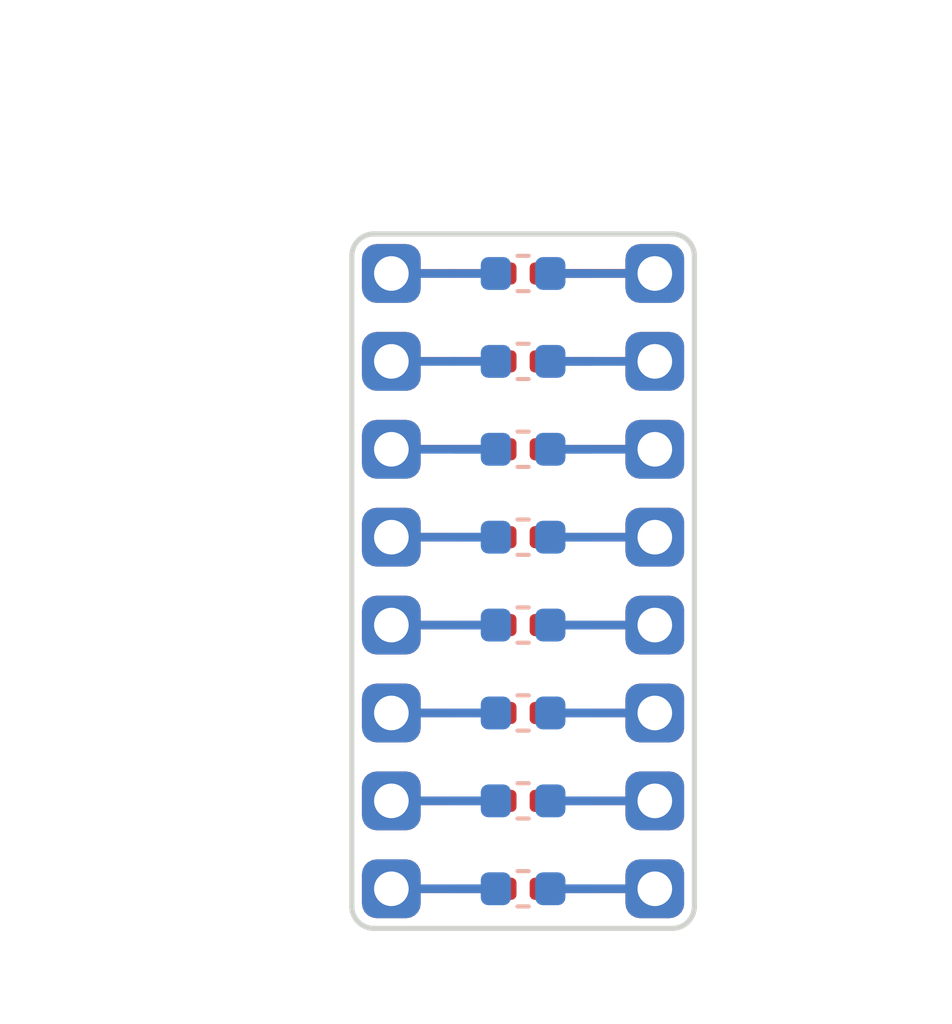
<source format=kicad_pcb>
(kicad_pcb (version 20171130) (host pcbnew "(5.0.2)-1")

  (general
    (thickness 1.6)
    (drawings 12)
    (tracks 65)
    (zones 0)
    (modules 18)
    (nets 17)
  )

  (page A4)
  (layers
    (0 F.Cu signal)
    (31 B.Cu signal)
    (32 B.Adhes user)
    (33 F.Adhes user)
    (34 B.Paste user)
    (35 F.Paste user)
    (36 B.SilkS user)
    (37 F.SilkS user)
    (38 B.Mask user)
    (39 F.Mask user)
    (40 Dwgs.User user)
    (41 Cmts.User user)
    (42 Eco1.User user)
    (43 Eco2.User user)
    (44 Edge.Cuts user)
    (45 Margin user)
    (46 B.CrtYd user)
    (47 F.CrtYd user)
    (48 B.Fab user)
    (49 F.Fab user)
  )

  (setup
    (last_trace_width 0.254)
    (trace_clearance 0.1524)
    (zone_clearance 0.508)
    (zone_45_only no)
    (trace_min 0.254)
    (segment_width 0.2)
    (edge_width 0.15)
    (via_size 0.8)
    (via_drill 0.4)
    (via_min_size 0.4)
    (via_min_drill 0.3)
    (uvia_size 0.3)
    (uvia_drill 0.1)
    (uvias_allowed no)
    (uvia_min_size 0.2)
    (uvia_min_drill 0.1)
    (pcb_text_width 0.3)
    (pcb_text_size 1.5 1.5)
    (mod_edge_width 0.15)
    (mod_text_size 1 1)
    (mod_text_width 0.15)
    (pad_size 2 2)
    (pad_drill 0)
    (pad_to_mask_clearance 0.0508)
    (aux_axis_origin 0 0)
    (visible_elements 7FFFFFFF)
    (pcbplotparams
      (layerselection 0x010ec_ffffffff)
      (usegerberextensions false)
      (usegerberattributes true)
      (usegerberadvancedattributes false)
      (creategerberjobfile false)
      (excludeedgelayer false)
      (linewidth 0.050000)
      (plotframeref false)
      (viasonmask false)
      (mode 1)
      (useauxorigin false)
      (hpglpennumber 1)
      (hpglpenspeed 20)
      (hpglpendiameter 15.000000)
      (psnegative false)
      (psa4output false)
      (plotreference false)
      (plotvalue false)
      (plotinvisibletext false)
      (padsonsilk true)
      (subtractmaskfromsilk false)
      (outputformat 1)
      (mirror false)
      (drillshape 0)
      (scaleselection 1)
      (outputdirectory "fab-files/"))
  )

  (net 0 "")
  (net 1 /14)
  (net 2 /3)
  (net 3 /4)
  (net 4 /13)
  (net 5 /16)
  (net 6 /1)
  (net 7 /2)
  (net 8 /15)
  (net 9 /5)
  (net 10 /6)
  (net 11 /7)
  (net 12 /8)
  (net 13 /9)
  (net 14 /10)
  (net 15 /11)
  (net 16 /12)

  (net_class Default "This is the default net class."
    (clearance 0.1524)
    (trace_width 0.254)
    (via_dia 0.8)
    (via_drill 0.4)
    (uvia_dia 0.3)
    (uvia_drill 0.1)
    (diff_pair_gap 0.3048)
    (diff_pair_width 0.254)
    (add_net /1)
    (add_net /10)
    (add_net /11)
    (add_net /12)
    (add_net /13)
    (add_net /14)
    (add_net /15)
    (add_net /16)
    (add_net /2)
    (add_net /3)
    (add_net /4)
    (add_net /5)
    (add_net /6)
    (add_net /7)
    (add_net /8)
    (add_net /9)
  )

  (module SA_Resistors_SMD:R_0603_1608M (layer B.Cu) (tedit 5C59B734) (tstamp 5C5D99F4)
    (at 125.73 78.74)
    (path /5C59F8FF)
    (attr smd)
    (fp_text reference R15 (at 0 1.1) (layer B.SilkS) hide
      (effects (font (size 0.6 0.6) (thickness 0.127)) (justify mirror))
    )
    (fp_text value R (at 0 -0.95) (layer B.Fab)
      (effects (font (size 0.3 0.3) (thickness 0.03)) (justify mirror))
    )
    (fp_text user %R (at 0 0) (layer B.Fab)
      (effects (font (size 0.4 0.4) (thickness 0.05)) (justify mirror))
    )
    (fp_line (start 1.48 -0.73) (end -1.48 -0.73) (layer B.CrtYd) (width 0.05))
    (fp_line (start 1.48 0.73) (end 1.48 -0.73) (layer B.CrtYd) (width 0.05))
    (fp_line (start -1.48 0.73) (end 1.48 0.73) (layer B.CrtYd) (width 0.05))
    (fp_line (start -1.48 -0.73) (end -1.48 0.73) (layer B.CrtYd) (width 0.05))
    (fp_line (start -0.162779 -0.51) (end 0.162779 -0.51) (layer B.SilkS) (width 0.12))
    (fp_line (start -0.162779 0.51) (end 0.162779 0.51) (layer B.SilkS) (width 0.12))
    (fp_line (start 0.8 -0.4) (end -0.8 -0.4) (layer B.Fab) (width 0.1))
    (fp_line (start 0.8 0.4) (end 0.8 -0.4) (layer B.Fab) (width 0.1))
    (fp_line (start -0.8 0.4) (end 0.8 0.4) (layer B.Fab) (width 0.1))
    (fp_line (start -0.8 -0.4) (end -0.8 0.4) (layer B.Fab) (width 0.1))
    (pad 2 smd roundrect (at 0.7875 0) (size 0.875 0.95) (layers B.Cu B.Paste B.Mask) (roundrect_rratio 0.25)
      (net 11 /7))
    (pad 1 smd roundrect (at -0.7875 0) (size 0.875 0.95) (layers B.Cu B.Paste B.Mask) (roundrect_rratio 0.25)
      (net 14 /10))
    (model ${SA_LIB_3DSHAPES}/Packages/R_0603_1608Metric.step
      (at (xyz 0 0 0))
      (scale (xyz 1 1 1))
      (rotate (xyz 0 0 0))
    )
  )

  (module SA_Resistors_SMD:R_0603_1608M (layer B.Cu) (tedit 5C59B72D) (tstamp 5C5D99E3)
    (at 125.73 81.28)
    (path /5C59F905)
    (attr smd)
    (fp_text reference R16 (at 0 1.1) (layer B.SilkS) hide
      (effects (font (size 0.6 0.6) (thickness 0.127)) (justify mirror))
    )
    (fp_text value R (at 0 -0.95) (layer B.Fab)
      (effects (font (size 0.3 0.3) (thickness 0.03)) (justify mirror))
    )
    (fp_line (start -0.8 -0.4) (end -0.8 0.4) (layer B.Fab) (width 0.1))
    (fp_line (start -0.8 0.4) (end 0.8 0.4) (layer B.Fab) (width 0.1))
    (fp_line (start 0.8 0.4) (end 0.8 -0.4) (layer B.Fab) (width 0.1))
    (fp_line (start 0.8 -0.4) (end -0.8 -0.4) (layer B.Fab) (width 0.1))
    (fp_line (start -0.162779 0.51) (end 0.162779 0.51) (layer B.SilkS) (width 0.12))
    (fp_line (start -0.162779 -0.51) (end 0.162779 -0.51) (layer B.SilkS) (width 0.12))
    (fp_line (start -1.48 -0.73) (end -1.48 0.73) (layer B.CrtYd) (width 0.05))
    (fp_line (start -1.48 0.73) (end 1.48 0.73) (layer B.CrtYd) (width 0.05))
    (fp_line (start 1.48 0.73) (end 1.48 -0.73) (layer B.CrtYd) (width 0.05))
    (fp_line (start 1.48 -0.73) (end -1.48 -0.73) (layer B.CrtYd) (width 0.05))
    (fp_text user %R (at 0 0) (layer B.Fab)
      (effects (font (size 0.4 0.4) (thickness 0.05)) (justify mirror))
    )
    (pad 1 smd roundrect (at -0.7875 0) (size 0.875 0.95) (layers B.Cu B.Paste B.Mask) (roundrect_rratio 0.25)
      (net 13 /9))
    (pad 2 smd roundrect (at 0.7875 0) (size 0.875 0.95) (layers B.Cu B.Paste B.Mask) (roundrect_rratio 0.25)
      (net 12 /8))
    (model ${SA_LIB_3DSHAPES}/Packages/R_0603_1608Metric.step
      (at (xyz 0 0 0))
      (scale (xyz 1 1 1))
      (rotate (xyz 0 0 0))
    )
  )

  (module SA_Resistors_SMD:R_0603_1608M (layer B.Cu) (tedit 5C59B75B) (tstamp 5C5D99D2)
    (at 125.73 63.5)
    (path /5C59F8DB)
    (attr smd)
    (fp_text reference R9 (at 0 1.1) (layer B.SilkS) hide
      (effects (font (size 0.6 0.6) (thickness 0.127)) (justify mirror))
    )
    (fp_text value R (at 0 -0.95) (layer B.Fab)
      (effects (font (size 0.3 0.3) (thickness 0.03)) (justify mirror))
    )
    (fp_text user %R (at 0 0) (layer B.Fab)
      (effects (font (size 0.4 0.4) (thickness 0.05)) (justify mirror))
    )
    (fp_line (start 1.48 -0.73) (end -1.48 -0.73) (layer B.CrtYd) (width 0.05))
    (fp_line (start 1.48 0.73) (end 1.48 -0.73) (layer B.CrtYd) (width 0.05))
    (fp_line (start -1.48 0.73) (end 1.48 0.73) (layer B.CrtYd) (width 0.05))
    (fp_line (start -1.48 -0.73) (end -1.48 0.73) (layer B.CrtYd) (width 0.05))
    (fp_line (start -0.162779 -0.51) (end 0.162779 -0.51) (layer B.SilkS) (width 0.12))
    (fp_line (start -0.162779 0.51) (end 0.162779 0.51) (layer B.SilkS) (width 0.12))
    (fp_line (start 0.8 -0.4) (end -0.8 -0.4) (layer B.Fab) (width 0.1))
    (fp_line (start 0.8 0.4) (end 0.8 -0.4) (layer B.Fab) (width 0.1))
    (fp_line (start -0.8 0.4) (end 0.8 0.4) (layer B.Fab) (width 0.1))
    (fp_line (start -0.8 -0.4) (end -0.8 0.4) (layer B.Fab) (width 0.1))
    (pad 2 smd roundrect (at 0.7875 0) (size 0.875 0.95) (layers B.Cu B.Paste B.Mask) (roundrect_rratio 0.25)
      (net 6 /1))
    (pad 1 smd roundrect (at -0.7875 0) (size 0.875 0.95) (layers B.Cu B.Paste B.Mask) (roundrect_rratio 0.25)
      (net 5 /16))
    (model ${SA_LIB_3DSHAPES}/Packages/R_0603_1608Metric.step
      (at (xyz 0 0 0))
      (scale (xyz 1 1 1))
      (rotate (xyz 0 0 0))
    )
  )

  (module SA_Resistors_SMD:R_0603_1608M (layer B.Cu) (tedit 5C59B754) (tstamp 5C5D99C1)
    (at 125.73 66.04)
    (path /5C59F8E1)
    (attr smd)
    (fp_text reference R10 (at 0 1.1) (layer B.SilkS) hide
      (effects (font (size 0.6 0.6) (thickness 0.127)) (justify mirror))
    )
    (fp_text value R (at 0 -0.95) (layer B.Fab)
      (effects (font (size 0.3 0.3) (thickness 0.03)) (justify mirror))
    )
    (fp_line (start -0.8 -0.4) (end -0.8 0.4) (layer B.Fab) (width 0.1))
    (fp_line (start -0.8 0.4) (end 0.8 0.4) (layer B.Fab) (width 0.1))
    (fp_line (start 0.8 0.4) (end 0.8 -0.4) (layer B.Fab) (width 0.1))
    (fp_line (start 0.8 -0.4) (end -0.8 -0.4) (layer B.Fab) (width 0.1))
    (fp_line (start -0.162779 0.51) (end 0.162779 0.51) (layer B.SilkS) (width 0.12))
    (fp_line (start -0.162779 -0.51) (end 0.162779 -0.51) (layer B.SilkS) (width 0.12))
    (fp_line (start -1.48 -0.73) (end -1.48 0.73) (layer B.CrtYd) (width 0.05))
    (fp_line (start -1.48 0.73) (end 1.48 0.73) (layer B.CrtYd) (width 0.05))
    (fp_line (start 1.48 0.73) (end 1.48 -0.73) (layer B.CrtYd) (width 0.05))
    (fp_line (start 1.48 -0.73) (end -1.48 -0.73) (layer B.CrtYd) (width 0.05))
    (fp_text user %R (at 0 0) (layer B.Fab)
      (effects (font (size 0.4 0.4) (thickness 0.05)) (justify mirror))
    )
    (pad 1 smd roundrect (at -0.7875 0) (size 0.875 0.95) (layers B.Cu B.Paste B.Mask) (roundrect_rratio 0.25)
      (net 8 /15))
    (pad 2 smd roundrect (at 0.7875 0) (size 0.875 0.95) (layers B.Cu B.Paste B.Mask) (roundrect_rratio 0.25)
      (net 7 /2))
    (model ${SA_LIB_3DSHAPES}/Packages/R_0603_1608Metric.step
      (at (xyz 0 0 0))
      (scale (xyz 1 1 1))
      (rotate (xyz 0 0 0))
    )
  )

  (module SA_Resistors_SMD:R_0603_1608M (layer B.Cu) (tedit 5C59B74D) (tstamp 5C5D99B0)
    (at 125.73 68.58)
    (path /5C59F8E7)
    (attr smd)
    (fp_text reference R11 (at 0 1.1) (layer B.SilkS) hide
      (effects (font (size 0.6 0.6) (thickness 0.127)) (justify mirror))
    )
    (fp_text value R (at 0 -0.95) (layer B.Fab)
      (effects (font (size 0.3 0.3) (thickness 0.03)) (justify mirror))
    )
    (fp_text user %R (at 0 0) (layer B.Fab)
      (effects (font (size 0.4 0.4) (thickness 0.05)) (justify mirror))
    )
    (fp_line (start 1.48 -0.73) (end -1.48 -0.73) (layer B.CrtYd) (width 0.05))
    (fp_line (start 1.48 0.73) (end 1.48 -0.73) (layer B.CrtYd) (width 0.05))
    (fp_line (start -1.48 0.73) (end 1.48 0.73) (layer B.CrtYd) (width 0.05))
    (fp_line (start -1.48 -0.73) (end -1.48 0.73) (layer B.CrtYd) (width 0.05))
    (fp_line (start -0.162779 -0.51) (end 0.162779 -0.51) (layer B.SilkS) (width 0.12))
    (fp_line (start -0.162779 0.51) (end 0.162779 0.51) (layer B.SilkS) (width 0.12))
    (fp_line (start 0.8 -0.4) (end -0.8 -0.4) (layer B.Fab) (width 0.1))
    (fp_line (start 0.8 0.4) (end 0.8 -0.4) (layer B.Fab) (width 0.1))
    (fp_line (start -0.8 0.4) (end 0.8 0.4) (layer B.Fab) (width 0.1))
    (fp_line (start -0.8 -0.4) (end -0.8 0.4) (layer B.Fab) (width 0.1))
    (pad 2 smd roundrect (at 0.7875 0) (size 0.875 0.95) (layers B.Cu B.Paste B.Mask) (roundrect_rratio 0.25)
      (net 2 /3))
    (pad 1 smd roundrect (at -0.7875 0) (size 0.875 0.95) (layers B.Cu B.Paste B.Mask) (roundrect_rratio 0.25)
      (net 1 /14))
    (model ${SA_LIB_3DSHAPES}/Packages/R_0603_1608Metric.step
      (at (xyz 0 0 0))
      (scale (xyz 1 1 1))
      (rotate (xyz 0 0 0))
    )
  )

  (module SA_Resistors_SMD:R_0603_1608M (layer B.Cu) (tedit 5C59B749) (tstamp 5C5D999F)
    (at 125.73 71.12)
    (path /5C59F8ED)
    (attr smd)
    (fp_text reference R12 (at 0 1.1) (layer B.SilkS) hide
      (effects (font (size 0.6 0.6) (thickness 0.127)) (justify mirror))
    )
    (fp_text value R (at 0 -0.95) (layer B.Fab)
      (effects (font (size 0.3 0.3) (thickness 0.03)) (justify mirror))
    )
    (fp_line (start -0.8 -0.4) (end -0.8 0.4) (layer B.Fab) (width 0.1))
    (fp_line (start -0.8 0.4) (end 0.8 0.4) (layer B.Fab) (width 0.1))
    (fp_line (start 0.8 0.4) (end 0.8 -0.4) (layer B.Fab) (width 0.1))
    (fp_line (start 0.8 -0.4) (end -0.8 -0.4) (layer B.Fab) (width 0.1))
    (fp_line (start -0.162779 0.51) (end 0.162779 0.51) (layer B.SilkS) (width 0.12))
    (fp_line (start -0.162779 -0.51) (end 0.162779 -0.51) (layer B.SilkS) (width 0.12))
    (fp_line (start -1.48 -0.73) (end -1.48 0.73) (layer B.CrtYd) (width 0.05))
    (fp_line (start -1.48 0.73) (end 1.48 0.73) (layer B.CrtYd) (width 0.05))
    (fp_line (start 1.48 0.73) (end 1.48 -0.73) (layer B.CrtYd) (width 0.05))
    (fp_line (start 1.48 -0.73) (end -1.48 -0.73) (layer B.CrtYd) (width 0.05))
    (fp_text user %R (at 0 0) (layer B.Fab)
      (effects (font (size 0.4 0.4) (thickness 0.05)) (justify mirror))
    )
    (pad 1 smd roundrect (at -0.7875 0) (size 0.875 0.95) (layers B.Cu B.Paste B.Mask) (roundrect_rratio 0.25)
      (net 4 /13))
    (pad 2 smd roundrect (at 0.7875 0) (size 0.875 0.95) (layers B.Cu B.Paste B.Mask) (roundrect_rratio 0.25)
      (net 3 /4))
    (model ${SA_LIB_3DSHAPES}/Packages/R_0603_1608Metric.step
      (at (xyz 0 0 0))
      (scale (xyz 1 1 1))
      (rotate (xyz 0 0 0))
    )
  )

  (module SA_Resistors_SMD:R_0603_1608M (layer B.Cu) (tedit 5C59B744) (tstamp 5C5D998E)
    (at 125.73 73.66)
    (path /5C59F8F3)
    (attr smd)
    (fp_text reference R13 (at 0 1.1) (layer B.SilkS) hide
      (effects (font (size 0.6 0.6) (thickness 0.127)) (justify mirror))
    )
    (fp_text value R (at 0 -0.95) (layer B.Fab)
      (effects (font (size 0.3 0.3) (thickness 0.03)) (justify mirror))
    )
    (fp_text user %R (at 0 0) (layer B.Fab)
      (effects (font (size 0.4 0.4) (thickness 0.05)) (justify mirror))
    )
    (fp_line (start 1.48 -0.73) (end -1.48 -0.73) (layer B.CrtYd) (width 0.05))
    (fp_line (start 1.48 0.73) (end 1.48 -0.73) (layer B.CrtYd) (width 0.05))
    (fp_line (start -1.48 0.73) (end 1.48 0.73) (layer B.CrtYd) (width 0.05))
    (fp_line (start -1.48 -0.73) (end -1.48 0.73) (layer B.CrtYd) (width 0.05))
    (fp_line (start -0.162779 -0.51) (end 0.162779 -0.51) (layer B.SilkS) (width 0.12))
    (fp_line (start -0.162779 0.51) (end 0.162779 0.51) (layer B.SilkS) (width 0.12))
    (fp_line (start 0.8 -0.4) (end -0.8 -0.4) (layer B.Fab) (width 0.1))
    (fp_line (start 0.8 0.4) (end 0.8 -0.4) (layer B.Fab) (width 0.1))
    (fp_line (start -0.8 0.4) (end 0.8 0.4) (layer B.Fab) (width 0.1))
    (fp_line (start -0.8 -0.4) (end -0.8 0.4) (layer B.Fab) (width 0.1))
    (pad 2 smd roundrect (at 0.7875 0) (size 0.875 0.95) (layers B.Cu B.Paste B.Mask) (roundrect_rratio 0.25)
      (net 9 /5))
    (pad 1 smd roundrect (at -0.7875 0) (size 0.875 0.95) (layers B.Cu B.Paste B.Mask) (roundrect_rratio 0.25)
      (net 16 /12))
    (model ${SA_LIB_3DSHAPES}/Packages/R_0603_1608Metric.step
      (at (xyz 0 0 0))
      (scale (xyz 1 1 1))
      (rotate (xyz 0 0 0))
    )
  )

  (module SA_Resistors_SMD:R_0603_1608M (layer B.Cu) (tedit 5C59B73C) (tstamp 5C5D997D)
    (at 125.73 76.2)
    (path /5C59F8F9)
    (attr smd)
    (fp_text reference R14 (at 0 1.1) (layer B.SilkS) hide
      (effects (font (size 0.6 0.6) (thickness 0.127)) (justify mirror))
    )
    (fp_text value R (at 0 -0.95) (layer B.Fab)
      (effects (font (size 0.3 0.3) (thickness 0.03)) (justify mirror))
    )
    (fp_line (start -0.8 -0.4) (end -0.8 0.4) (layer B.Fab) (width 0.1))
    (fp_line (start -0.8 0.4) (end 0.8 0.4) (layer B.Fab) (width 0.1))
    (fp_line (start 0.8 0.4) (end 0.8 -0.4) (layer B.Fab) (width 0.1))
    (fp_line (start 0.8 -0.4) (end -0.8 -0.4) (layer B.Fab) (width 0.1))
    (fp_line (start -0.162779 0.51) (end 0.162779 0.51) (layer B.SilkS) (width 0.12))
    (fp_line (start -0.162779 -0.51) (end 0.162779 -0.51) (layer B.SilkS) (width 0.12))
    (fp_line (start -1.48 -0.73) (end -1.48 0.73) (layer B.CrtYd) (width 0.05))
    (fp_line (start -1.48 0.73) (end 1.48 0.73) (layer B.CrtYd) (width 0.05))
    (fp_line (start 1.48 0.73) (end 1.48 -0.73) (layer B.CrtYd) (width 0.05))
    (fp_line (start 1.48 -0.73) (end -1.48 -0.73) (layer B.CrtYd) (width 0.05))
    (fp_text user %R (at 0 0) (layer B.Fab)
      (effects (font (size 0.4 0.4) (thickness 0.05)) (justify mirror))
    )
    (pad 1 smd roundrect (at -0.7875 0) (size 0.875 0.95) (layers B.Cu B.Paste B.Mask) (roundrect_rratio 0.25)
      (net 15 /11))
    (pad 2 smd roundrect (at 0.7875 0) (size 0.875 0.95) (layers B.Cu B.Paste B.Mask) (roundrect_rratio 0.25)
      (net 10 /6))
    (model ${SA_LIB_3DSHAPES}/Packages/R_0603_1608Metric.step
      (at (xyz 0 0 0))
      (scale (xyz 1 1 1))
      (rotate (xyz 0 0 0))
    )
  )

  (module SA_Resistors_SMD:R_0402_1005M (layer F.Cu) (tedit 5C59B3FE) (tstamp 5C5BA528)
    (at 125.73 78.74)
    (descr "Resistor SMD 0402 (1005 Metric), square (rectangular) end terminal, IPC_7351 nominal, (Body size source: http://www.tortai-tech.com/upload/download/2011102023233369053.pdf), generated with kicad-footprint-generator")
    (tags resistor)
    (path /5C2D4E6A)
    (attr smd)
    (fp_text reference R7 (at 0 -0.87) (layer F.SilkS) hide
      (effects (font (size 0.6 0.6) (thickness 0.127)))
    )
    (fp_text value R (at 0 0.7) (layer F.Fab)
      (effects (font (size 0.3 0.3) (thickness 0.03)))
    )
    (fp_text user %R (at 0 0) (layer F.Fab)
      (effects (font (size 0.25 0.25) (thickness 0.04)))
    )
    (fp_line (start 0.93 0.47) (end -0.93 0.47) (layer F.CrtYd) (width 0.05))
    (fp_line (start 0.93 -0.47) (end 0.93 0.47) (layer F.CrtYd) (width 0.05))
    (fp_line (start -0.93 -0.47) (end 0.93 -0.47) (layer F.CrtYd) (width 0.05))
    (fp_line (start -0.93 0.47) (end -0.93 -0.47) (layer F.CrtYd) (width 0.05))
    (fp_line (start 0.5 0.25) (end -0.5 0.25) (layer F.Fab) (width 0.1))
    (fp_line (start 0.5 -0.25) (end 0.5 0.25) (layer F.Fab) (width 0.1))
    (fp_line (start -0.5 -0.25) (end 0.5 -0.25) (layer F.Fab) (width 0.1))
    (fp_line (start -0.5 0.25) (end -0.5 -0.25) (layer F.Fab) (width 0.1))
    (pad 2 smd roundrect (at 0.485 0) (size 0.59 0.64) (layers F.Cu F.Paste F.Mask) (roundrect_rratio 0.25)
      (net 11 /7))
    (pad 1 smd roundrect (at -0.485 0) (size 0.59 0.64) (layers F.Cu F.Paste F.Mask) (roundrect_rratio 0.25)
      (net 14 /10))
    (model ${KISYS3DMOD}/Resistor_SMD.3dshapes/R_0402_1005Metric.wrl
      (at (xyz 0 0 0))
      (scale (xyz 1 1 1))
      (rotate (xyz 0 0 0))
    )
  )

  (module SA_Resistors_SMD:R_0402_1005M (layer F.Cu) (tedit 5C59B3F8) (tstamp 5C5BA51A)
    (at 125.73 76.2)
    (descr "Resistor SMD 0402 (1005 Metric), square (rectangular) end terminal, IPC_7351 nominal, (Body size source: http://www.tortai-tech.com/upload/download/2011102023233369053.pdf), generated with kicad-footprint-generator")
    (tags resistor)
    (path /5C2D4E64)
    (attr smd)
    (fp_text reference R6 (at 0 -0.87) (layer F.SilkS) hide
      (effects (font (size 0.6 0.6) (thickness 0.127)))
    )
    (fp_text value R (at 0 0.7) (layer F.Fab)
      (effects (font (size 0.3 0.3) (thickness 0.03)))
    )
    (fp_line (start -0.5 0.25) (end -0.5 -0.25) (layer F.Fab) (width 0.1))
    (fp_line (start -0.5 -0.25) (end 0.5 -0.25) (layer F.Fab) (width 0.1))
    (fp_line (start 0.5 -0.25) (end 0.5 0.25) (layer F.Fab) (width 0.1))
    (fp_line (start 0.5 0.25) (end -0.5 0.25) (layer F.Fab) (width 0.1))
    (fp_line (start -0.93 0.47) (end -0.93 -0.47) (layer F.CrtYd) (width 0.05))
    (fp_line (start -0.93 -0.47) (end 0.93 -0.47) (layer F.CrtYd) (width 0.05))
    (fp_line (start 0.93 -0.47) (end 0.93 0.47) (layer F.CrtYd) (width 0.05))
    (fp_line (start 0.93 0.47) (end -0.93 0.47) (layer F.CrtYd) (width 0.05))
    (fp_text user %R (at 0 0) (layer F.Fab)
      (effects (font (size 0.25 0.25) (thickness 0.04)))
    )
    (pad 1 smd roundrect (at -0.485 0) (size 0.59 0.64) (layers F.Cu F.Paste F.Mask) (roundrect_rratio 0.25)
      (net 15 /11))
    (pad 2 smd roundrect (at 0.485 0) (size 0.59 0.64) (layers F.Cu F.Paste F.Mask) (roundrect_rratio 0.25)
      (net 10 /6))
    (model ${KISYS3DMOD}/Resistor_SMD.3dshapes/R_0402_1005Metric.wrl
      (at (xyz 0 0 0))
      (scale (xyz 1 1 1))
      (rotate (xyz 0 0 0))
    )
  )

  (module SA_Resistors_SMD:R_0402_1005M (layer F.Cu) (tedit 5C59B3F2) (tstamp 5C5BA50C)
    (at 125.73 73.66)
    (descr "Resistor SMD 0402 (1005 Metric), square (rectangular) end terminal, IPC_7351 nominal, (Body size source: http://www.tortai-tech.com/upload/download/2011102023233369053.pdf), generated with kicad-footprint-generator")
    (tags resistor)
    (path /5C2D4E5E)
    (attr smd)
    (fp_text reference R5 (at 0 -0.87) (layer F.SilkS) hide
      (effects (font (size 0.6 0.6) (thickness 0.127)))
    )
    (fp_text value R (at 0 0.7) (layer F.Fab)
      (effects (font (size 0.3 0.3) (thickness 0.03)))
    )
    (fp_text user %R (at 0 0) (layer F.Fab)
      (effects (font (size 0.25 0.25) (thickness 0.04)))
    )
    (fp_line (start 0.93 0.47) (end -0.93 0.47) (layer F.CrtYd) (width 0.05))
    (fp_line (start 0.93 -0.47) (end 0.93 0.47) (layer F.CrtYd) (width 0.05))
    (fp_line (start -0.93 -0.47) (end 0.93 -0.47) (layer F.CrtYd) (width 0.05))
    (fp_line (start -0.93 0.47) (end -0.93 -0.47) (layer F.CrtYd) (width 0.05))
    (fp_line (start 0.5 0.25) (end -0.5 0.25) (layer F.Fab) (width 0.1))
    (fp_line (start 0.5 -0.25) (end 0.5 0.25) (layer F.Fab) (width 0.1))
    (fp_line (start -0.5 -0.25) (end 0.5 -0.25) (layer F.Fab) (width 0.1))
    (fp_line (start -0.5 0.25) (end -0.5 -0.25) (layer F.Fab) (width 0.1))
    (pad 2 smd roundrect (at 0.485 0) (size 0.59 0.64) (layers F.Cu F.Paste F.Mask) (roundrect_rratio 0.25)
      (net 9 /5))
    (pad 1 smd roundrect (at -0.485 0) (size 0.59 0.64) (layers F.Cu F.Paste F.Mask) (roundrect_rratio 0.25)
      (net 16 /12))
    (model ${KISYS3DMOD}/Resistor_SMD.3dshapes/R_0402_1005Metric.wrl
      (at (xyz 0 0 0))
      (scale (xyz 1 1 1))
      (rotate (xyz 0 0 0))
    )
  )

  (module SA_Resistors_SMD:R_0402_1005M (layer F.Cu) (tedit 5C59B3EA) (tstamp 5C5BA4E2)
    (at 125.73 68.58)
    (descr "Resistor SMD 0402 (1005 Metric), square (rectangular) end terminal, IPC_7351 nominal, (Body size source: http://www.tortai-tech.com/upload/download/2011102023233369053.pdf), generated with kicad-footprint-generator")
    (tags resistor)
    (path /5C2D4AD4)
    (attr smd)
    (fp_text reference R3 (at 0 -0.87) (layer F.SilkS) hide
      (effects (font (size 0.6 0.6) (thickness 0.127)))
    )
    (fp_text value R (at 0 0.7) (layer F.Fab)
      (effects (font (size 0.3 0.3) (thickness 0.03)))
    )
    (fp_line (start -0.5 0.25) (end -0.5 -0.25) (layer F.Fab) (width 0.1))
    (fp_line (start -0.5 -0.25) (end 0.5 -0.25) (layer F.Fab) (width 0.1))
    (fp_line (start 0.5 -0.25) (end 0.5 0.25) (layer F.Fab) (width 0.1))
    (fp_line (start 0.5 0.25) (end -0.5 0.25) (layer F.Fab) (width 0.1))
    (fp_line (start -0.93 0.47) (end -0.93 -0.47) (layer F.CrtYd) (width 0.05))
    (fp_line (start -0.93 -0.47) (end 0.93 -0.47) (layer F.CrtYd) (width 0.05))
    (fp_line (start 0.93 -0.47) (end 0.93 0.47) (layer F.CrtYd) (width 0.05))
    (fp_line (start 0.93 0.47) (end -0.93 0.47) (layer F.CrtYd) (width 0.05))
    (fp_text user %R (at 0 0) (layer F.Fab)
      (effects (font (size 0.25 0.25) (thickness 0.04)))
    )
    (pad 1 smd roundrect (at -0.485 0) (size 0.59 0.64) (layers F.Cu F.Paste F.Mask) (roundrect_rratio 0.25)
      (net 1 /14))
    (pad 2 smd roundrect (at 0.485 0) (size 0.59 0.64) (layers F.Cu F.Paste F.Mask) (roundrect_rratio 0.25)
      (net 2 /3))
    (model ${KISYS3DMOD}/Resistor_SMD.3dshapes/R_0402_1005Metric.wrl
      (at (xyz 0 0 0))
      (scale (xyz 1 1 1))
      (rotate (xyz 0 0 0))
    )
  )

  (module SA_Resistors_SMD:R_0402_1005M (layer F.Cu) (tedit 5C59B3E6) (tstamp 5C5BA4D4)
    (at 125.73 66.04)
    (descr "Resistor SMD 0402 (1005 Metric), square (rectangular) end terminal, IPC_7351 nominal, (Body size source: http://www.tortai-tech.com/upload/download/2011102023233369053.pdf), generated with kicad-footprint-generator")
    (tags resistor)
    (path /5C2D4AB6)
    (attr smd)
    (fp_text reference R2 (at 0 -0.87) (layer F.SilkS) hide
      (effects (font (size 0.6 0.6) (thickness 0.127)))
    )
    (fp_text value R (at 0 0.7) (layer F.Fab)
      (effects (font (size 0.3 0.3) (thickness 0.03)))
    )
    (fp_text user %R (at 0 0) (layer F.Fab)
      (effects (font (size 0.25 0.25) (thickness 0.04)))
    )
    (fp_line (start 0.93 0.47) (end -0.93 0.47) (layer F.CrtYd) (width 0.05))
    (fp_line (start 0.93 -0.47) (end 0.93 0.47) (layer F.CrtYd) (width 0.05))
    (fp_line (start -0.93 -0.47) (end 0.93 -0.47) (layer F.CrtYd) (width 0.05))
    (fp_line (start -0.93 0.47) (end -0.93 -0.47) (layer F.CrtYd) (width 0.05))
    (fp_line (start 0.5 0.25) (end -0.5 0.25) (layer F.Fab) (width 0.1))
    (fp_line (start 0.5 -0.25) (end 0.5 0.25) (layer F.Fab) (width 0.1))
    (fp_line (start -0.5 -0.25) (end 0.5 -0.25) (layer F.Fab) (width 0.1))
    (fp_line (start -0.5 0.25) (end -0.5 -0.25) (layer F.Fab) (width 0.1))
    (pad 2 smd roundrect (at 0.485 0) (size 0.59 0.64) (layers F.Cu F.Paste F.Mask) (roundrect_rratio 0.25)
      (net 7 /2))
    (pad 1 smd roundrect (at -0.485 0) (size 0.59 0.64) (layers F.Cu F.Paste F.Mask) (roundrect_rratio 0.25)
      (net 8 /15))
    (model ${KISYS3DMOD}/Resistor_SMD.3dshapes/R_0402_1005Metric.wrl
      (at (xyz 0 0 0))
      (scale (xyz 1 1 1))
      (rotate (xyz 0 0 0))
    )
  )

  (module SA_Resistors_SMD:R_0402_1005M (layer F.Cu) (tedit 5C59B3E1) (tstamp 5C5BA4C6)
    (at 125.73 63.5)
    (descr "Resistor SMD 0402 (1005 Metric), square (rectangular) end terminal, IPC_7351 nominal, (Body size source: http://www.tortai-tech.com/upload/download/2011102023233369053.pdf), generated with kicad-footprint-generator")
    (tags resistor)
    (path /5C2D4997)
    (attr smd)
    (fp_text reference R1 (at 0 -0.87) (layer F.SilkS) hide
      (effects (font (size 0.6 0.6) (thickness 0.127)))
    )
    (fp_text value R (at 0 0.7) (layer F.Fab)
      (effects (font (size 0.3 0.3) (thickness 0.03)))
    )
    (fp_line (start -0.5 0.25) (end -0.5 -0.25) (layer F.Fab) (width 0.1))
    (fp_line (start -0.5 -0.25) (end 0.5 -0.25) (layer F.Fab) (width 0.1))
    (fp_line (start 0.5 -0.25) (end 0.5 0.25) (layer F.Fab) (width 0.1))
    (fp_line (start 0.5 0.25) (end -0.5 0.25) (layer F.Fab) (width 0.1))
    (fp_line (start -0.93 0.47) (end -0.93 -0.47) (layer F.CrtYd) (width 0.05))
    (fp_line (start -0.93 -0.47) (end 0.93 -0.47) (layer F.CrtYd) (width 0.05))
    (fp_line (start 0.93 -0.47) (end 0.93 0.47) (layer F.CrtYd) (width 0.05))
    (fp_line (start 0.93 0.47) (end -0.93 0.47) (layer F.CrtYd) (width 0.05))
    (fp_text user %R (at 0 0) (layer F.Fab)
      (effects (font (size 0.25 0.25) (thickness 0.04)))
    )
    (pad 1 smd roundrect (at -0.485 0) (size 0.59 0.64) (layers F.Cu F.Paste F.Mask) (roundrect_rratio 0.25)
      (net 5 /16))
    (pad 2 smd roundrect (at 0.485 0) (size 0.59 0.64) (layers F.Cu F.Paste F.Mask) (roundrect_rratio 0.25)
      (net 6 /1))
    (model ${KISYS3DMOD}/Resistor_SMD.3dshapes/R_0402_1005Metric.wrl
      (at (xyz 0 0 0))
      (scale (xyz 1 1 1))
      (rotate (xyz 0 0 0))
    )
  )

  (module SA_Connectors_Pin_Headers_THT:PinHeader_1x08_P2.54mm_Vertical_Top (layer F.Cu) (tedit 5C59B408) (tstamp 5C32AFD8)
    (at 121.92 63.5)
    (descr "Through hole straight pin header, 1x08, 2.54mm pitch, single row")
    (tags "Through hole pin header THT 1x08 2.54mm single row")
    (path /5C2D562A)
    (fp_text reference J2 (at 0 -2.23) (layer F.SilkS) hide
      (effects (font (size 0.6 0.6) (thickness 0.127)))
    )
    (fp_text value Conn_01x08 (at 0 19.8) (layer F.Fab)
      (effects (font (size 0.3 0.3) (thickness 0.03)))
    )
    (fp_text user %R (at 0 8.89 90) (layer F.Fab)
      (effects (font (size 0.5 0.5) (thickness 0.05)))
    )
    (fp_line (start 1.8 -1.8) (end -1.8 -1.8) (layer F.CrtYd) (width 0.05))
    (fp_line (start 1.8 19.55) (end 1.8 -1.8) (layer F.CrtYd) (width 0.05))
    (fp_line (start -1.8 19.55) (end 1.8 19.55) (layer F.CrtYd) (width 0.05))
    (fp_line (start -1.8 -1.8) (end -1.8 19.55) (layer F.CrtYd) (width 0.05))
    (fp_line (start -1.27 -0.635) (end -0.635 -1.27) (layer F.Fab) (width 0.1))
    (fp_line (start -1.27 19.05) (end -1.27 -0.635) (layer F.Fab) (width 0.1))
    (fp_line (start 1.27 19.05) (end -1.27 19.05) (layer F.Fab) (width 0.1))
    (fp_line (start 1.27 -1.27) (end 1.27 19.05) (layer F.Fab) (width 0.1))
    (fp_line (start -0.635 -1.27) (end 1.27 -1.27) (layer F.Fab) (width 0.1))
    (pad 8 thru_hole roundrect (at 0 17.78) (size 1.7 1.7) (drill 1) (layers *.Cu *.Mask) (roundrect_rratio 0.25)
      (net 13 /9))
    (pad 7 thru_hole roundrect (at 0 15.24) (size 1.7 1.7) (drill 1) (layers *.Cu *.Mask) (roundrect_rratio 0.25)
      (net 14 /10))
    (pad 6 thru_hole roundrect (at 0 12.7) (size 1.7 1.7) (drill 1) (layers *.Cu *.Mask) (roundrect_rratio 0.25)
      (net 15 /11))
    (pad 5 thru_hole roundrect (at 0 10.16) (size 1.7 1.7) (drill 1) (layers *.Cu *.Mask) (roundrect_rratio 0.25)
      (net 16 /12))
    (pad 4 thru_hole roundrect (at 0 7.62) (size 1.7 1.7) (drill 1) (layers *.Cu *.Mask) (roundrect_rratio 0.25)
      (net 4 /13))
    (pad 3 thru_hole roundrect (at 0 5.08) (size 1.7 1.7) (drill 1) (layers *.Cu *.Mask) (roundrect_rratio 0.25)
      (net 1 /14))
    (pad 2 thru_hole roundrect (at 0 2.54) (size 1.7 1.7) (drill 1) (layers *.Cu *.Mask) (roundrect_rratio 0.25)
      (net 8 /15))
    (pad 1 thru_hole roundrect (at 0 0) (size 1.7 1.7) (drill 1) (layers *.Cu *.Mask) (roundrect_rratio 0.25)
      (net 5 /16))
    (model ${SA_LIB_3DSHAPES}/Packages/PinHeader_1x08_P2.54mm_Vertical_Top.step
      (at (xyz 0 0 0))
      (scale (xyz 1 1 1))
      (rotate (xyz 0 0 0))
    )
  )

  (module SA_Connectors_Pin_Headers_THT:PinHeader_1x08_P2.54mm_Vertical_Top (layer F.Cu) (tedit 5C59B402) (tstamp 5C32AFC3)
    (at 129.54 63.5)
    (descr "Through hole straight pin header, 1x08, 2.54mm pitch, single row")
    (tags "Through hole pin header THT 1x08 2.54mm single row")
    (path /5C2D4937)
    (fp_text reference J1 (at 0 -2.23) (layer F.SilkS) hide
      (effects (font (size 0.6 0.6) (thickness 0.127)))
    )
    (fp_text value Conn_01x08 (at 0 19.8) (layer F.Fab)
      (effects (font (size 0.3 0.3) (thickness 0.03)))
    )
    (fp_line (start -0.635 -1.27) (end 1.27 -1.27) (layer F.Fab) (width 0.1))
    (fp_line (start 1.27 -1.27) (end 1.27 19.05) (layer F.Fab) (width 0.1))
    (fp_line (start 1.27 19.05) (end -1.27 19.05) (layer F.Fab) (width 0.1))
    (fp_line (start -1.27 19.05) (end -1.27 -0.635) (layer F.Fab) (width 0.1))
    (fp_line (start -1.27 -0.635) (end -0.635 -1.27) (layer F.Fab) (width 0.1))
    (fp_line (start -1.8 -1.8) (end -1.8 19.55) (layer F.CrtYd) (width 0.05))
    (fp_line (start -1.8 19.55) (end 1.8 19.55) (layer F.CrtYd) (width 0.05))
    (fp_line (start 1.8 19.55) (end 1.8 -1.8) (layer F.CrtYd) (width 0.05))
    (fp_line (start 1.8 -1.8) (end -1.8 -1.8) (layer F.CrtYd) (width 0.05))
    (fp_text user %R (at 0 8.89 90) (layer F.Fab)
      (effects (font (size 0.5 0.5) (thickness 0.05)))
    )
    (pad 1 thru_hole roundrect (at 0 0) (size 1.7 1.7) (drill 1) (layers *.Cu *.Mask) (roundrect_rratio 0.25)
      (net 6 /1))
    (pad 2 thru_hole roundrect (at 0 2.54) (size 1.7 1.7) (drill 1) (layers *.Cu *.Mask) (roundrect_rratio 0.25)
      (net 7 /2))
    (pad 3 thru_hole roundrect (at 0 5.08) (size 1.7 1.7) (drill 1) (layers *.Cu *.Mask) (roundrect_rratio 0.25)
      (net 2 /3))
    (pad 4 thru_hole roundrect (at 0 7.62) (size 1.7 1.7) (drill 1) (layers *.Cu *.Mask) (roundrect_rratio 0.25)
      (net 3 /4))
    (pad 5 thru_hole roundrect (at 0 10.16) (size 1.7 1.7) (drill 1) (layers *.Cu *.Mask) (roundrect_rratio 0.25)
      (net 9 /5))
    (pad 6 thru_hole roundrect (at 0 12.7) (size 1.7 1.7) (drill 1) (layers *.Cu *.Mask) (roundrect_rratio 0.25)
      (net 10 /6))
    (pad 7 thru_hole roundrect (at 0 15.24) (size 1.7 1.7) (drill 1) (layers *.Cu *.Mask) (roundrect_rratio 0.25)
      (net 11 /7))
    (pad 8 thru_hole roundrect (at 0 17.78) (size 1.7 1.7) (drill 1) (layers *.Cu *.Mask) (roundrect_rratio 0.25)
      (net 12 /8))
    (model ${SA_LIB_3DSHAPES}/Packages/PinHeader_1x08_P2.54mm_Vertical_Top.step
      (at (xyz 0 0 0))
      (scale (xyz 1 1 1))
      (rotate (xyz 0 0 0))
    )
  )

  (module SA_Resistors_SMD:R_0402_1005M (layer F.Cu) (tedit 5C2D5023) (tstamp 5C3104D3)
    (at 125.73 71.12)
    (descr "Resistor SMD 0402 (1005 Metric), square (rectangular) end terminal, IPC_7351 nominal, (Body size source: http://www.tortai-tech.com/upload/download/2011102023233369053.pdf), generated with kicad-footprint-generator")
    (tags resistor)
    (path /5C2D4AF0)
    (attr smd)
    (fp_text reference R4 (at 0 -0.87) (layer F.SilkS) hide
      (effects (font (size 0.6 0.6) (thickness 0.127)))
    )
    (fp_text value R (at 0 0.7) (layer F.Fab)
      (effects (font (size 0.3 0.3) (thickness 0.03)))
    )
    (fp_text user %R (at 0 0) (layer F.Fab)
      (effects (font (size 0.25 0.25) (thickness 0.04)))
    )
    (fp_line (start 0.93 0.47) (end -0.93 0.47) (layer F.CrtYd) (width 0.05))
    (fp_line (start 0.93 -0.47) (end 0.93 0.47) (layer F.CrtYd) (width 0.05))
    (fp_line (start -0.93 -0.47) (end 0.93 -0.47) (layer F.CrtYd) (width 0.05))
    (fp_line (start -0.93 0.47) (end -0.93 -0.47) (layer F.CrtYd) (width 0.05))
    (fp_line (start 0.5 0.25) (end -0.5 0.25) (layer F.Fab) (width 0.1))
    (fp_line (start 0.5 -0.25) (end 0.5 0.25) (layer F.Fab) (width 0.1))
    (fp_line (start -0.5 -0.25) (end 0.5 -0.25) (layer F.Fab) (width 0.1))
    (fp_line (start -0.5 0.25) (end -0.5 -0.25) (layer F.Fab) (width 0.1))
    (pad 2 smd roundrect (at 0.485 0) (size 0.59 0.64) (layers F.Cu F.Paste F.Mask) (roundrect_rratio 0.25)
      (net 3 /4))
    (pad 1 smd roundrect (at -0.485 0) (size 0.59 0.64) (layers F.Cu F.Paste F.Mask) (roundrect_rratio 0.25)
      (net 4 /13))
    (model ${KISYS3DMOD}/Resistor_SMD.3dshapes/R_0402_1005Metric.wrl
      (at (xyz 0 0 0))
      (scale (xyz 1 1 1))
      (rotate (xyz 0 0 0))
    )
  )

  (module SA_Resistors_SMD:R_0402_1005M (layer F.Cu) (tedit 5C2D5063) (tstamp 5C3104C5)
    (at 125.73 81.28)
    (descr "Resistor SMD 0402 (1005 Metric), square (rectangular) end terminal, IPC_7351 nominal, (Body size source: http://www.tortai-tech.com/upload/download/2011102023233369053.pdf), generated with kicad-footprint-generator")
    (tags resistor)
    (path /5C2D4E70)
    (attr smd)
    (fp_text reference R8 (at 0 -0.87) (layer F.SilkS) hide
      (effects (font (size 0.6 0.6) (thickness 0.127)))
    )
    (fp_text value R (at 0 0.7) (layer F.Fab)
      (effects (font (size 0.3 0.3) (thickness 0.03)))
    )
    (fp_line (start -0.5 0.25) (end -0.5 -0.25) (layer F.Fab) (width 0.1))
    (fp_line (start -0.5 -0.25) (end 0.5 -0.25) (layer F.Fab) (width 0.1))
    (fp_line (start 0.5 -0.25) (end 0.5 0.25) (layer F.Fab) (width 0.1))
    (fp_line (start 0.5 0.25) (end -0.5 0.25) (layer F.Fab) (width 0.1))
    (fp_line (start -0.93 0.47) (end -0.93 -0.47) (layer F.CrtYd) (width 0.05))
    (fp_line (start -0.93 -0.47) (end 0.93 -0.47) (layer F.CrtYd) (width 0.05))
    (fp_line (start 0.93 -0.47) (end 0.93 0.47) (layer F.CrtYd) (width 0.05))
    (fp_line (start 0.93 0.47) (end -0.93 0.47) (layer F.CrtYd) (width 0.05))
    (fp_text user %R (at 0 0) (layer F.Fab)
      (effects (font (size 0.25 0.25) (thickness 0.04)))
    )
    (pad 1 smd roundrect (at -0.485 0) (size 0.59 0.64) (layers F.Cu F.Paste F.Mask) (roundrect_rratio 0.25)
      (net 13 /9))
    (pad 2 smd roundrect (at 0.485 0) (size 0.59 0.64) (layers F.Cu F.Paste F.Mask) (roundrect_rratio 0.25)
      (net 12 /8))
    (model ${KISYS3DMOD}/Resistor_SMD.3dshapes/R_0402_1005Metric.wrl
      (at (xyz 0 0 0))
      (scale (xyz 1 1 1))
      (rotate (xyz 0 0 0))
    )
  )

  (dimension 7.62 (width 0.3) (layer F.Fab)
    (gr_text "7.620 mm" (at 125.73 86.555) (layer F.Fab)
      (effects (font (size 1.5 1.5) (thickness 0.3)))
    )
    (feature1 (pts (xy 129.54 81.28) (xy 129.54 85.041421)))
    (feature2 (pts (xy 121.92 81.28) (xy 121.92 85.041421)))
    (crossbar (pts (xy 121.92 84.455) (xy 129.54 84.455)))
    (arrow1a (pts (xy 129.54 84.455) (xy 128.413496 85.041421)))
    (arrow1b (pts (xy 129.54 84.455) (xy 128.413496 83.868579)))
    (arrow2a (pts (xy 121.92 84.455) (xy 123.046504 85.041421)))
    (arrow2b (pts (xy 121.92 84.455) (xy 123.046504 83.868579)))
  )
  (dimension 2.54 (width 0.3) (layer F.Fab)
    (gr_text "2.540 mm" (at 116.137 80.01 90) (layer F.Fab)
      (effects (font (size 1.5 1.5) (thickness 0.3)))
    )
    (feature1 (pts (xy 121.92 78.74) (xy 117.650579 78.74)))
    (feature2 (pts (xy 121.92 81.28) (xy 117.650579 81.28)))
    (crossbar (pts (xy 118.237 81.28) (xy 118.237 78.74)))
    (arrow1a (pts (xy 118.237 78.74) (xy 118.823421 79.866504)))
    (arrow1b (pts (xy 118.237 78.74) (xy 117.650579 79.866504)))
    (arrow2a (pts (xy 118.237 81.28) (xy 118.823421 80.153496)))
    (arrow2b (pts (xy 118.237 81.28) (xy 117.650579 80.153496)))
  )
  (dimension 20.066 (width 0.3) (layer F.Fab)
    (gr_text "20.066 mm" (at 136.212 72.39 270) (layer F.Fab)
      (effects (font (size 1.5 1.5) (thickness 0.3)))
    )
    (feature1 (pts (xy 129.54 82.423) (xy 134.698421 82.423)))
    (feature2 (pts (xy 129.54 62.357) (xy 134.698421 62.357)))
    (crossbar (pts (xy 134.112 62.357) (xy 134.112 82.423)))
    (arrow1a (pts (xy 134.112 82.423) (xy 133.525579 81.296496)))
    (arrow1b (pts (xy 134.112 82.423) (xy 134.698421 81.296496)))
    (arrow2a (pts (xy 134.112 62.357) (xy 133.525579 63.483504)))
    (arrow2b (pts (xy 134.112 62.357) (xy 134.698421 63.483504)))
  )
  (dimension 9.906 (width 0.3) (layer F.Fab)
    (gr_text "9.906 mm" (at 125.73 56.701) (layer F.Fab)
      (effects (font (size 1.5 1.5) (thickness 0.3)))
    )
    (feature1 (pts (xy 130.683 63.5) (xy 130.683 58.214579)))
    (feature2 (pts (xy 120.777 63.5) (xy 120.777 58.214579)))
    (crossbar (pts (xy 120.777 58.801) (xy 130.683 58.801)))
    (arrow1a (pts (xy 130.683 58.801) (xy 129.556496 59.387421)))
    (arrow1b (pts (xy 130.683 58.801) (xy 129.556496 58.214579)))
    (arrow2a (pts (xy 120.777 58.801) (xy 121.903504 59.387421)))
    (arrow2b (pts (xy 120.777 58.801) (xy 121.903504 58.214579)))
  )
  (gr_line (start 130.683 81.788) (end 130.683 62.992) (layer Edge.Cuts) (width 0.15))
  (gr_line (start 121.412 82.423) (end 130.048 82.423) (layer Edge.Cuts) (width 0.15))
  (gr_line (start 120.777 62.992) (end 120.777 81.788) (layer Edge.Cuts) (width 0.15))
  (gr_line (start 130.048 62.357) (end 121.412 62.357) (layer Edge.Cuts) (width 0.15))
  (gr_arc (start 130.048 62.992) (end 130.683 62.992) (angle -90) (layer Edge.Cuts) (width 0.15) (tstamp 5C2D599C))
  (gr_arc (start 130.048 81.788) (end 130.048 82.423) (angle -90) (layer Edge.Cuts) (width 0.15) (tstamp 5C2D5999))
  (gr_arc (start 121.412 81.788) (end 120.777 81.788) (angle -90) (layer Edge.Cuts) (width 0.15) (tstamp 5C2D5996))
  (gr_arc (start 121.412 62.992) (end 121.412 62.357) (angle -90) (layer Edge.Cuts) (width 0.15))

  (segment (start 124.7925 68.58) (end 121.92 68.58) (width 0.25) (layer F.Cu) (net 1))
  (segment (start 123.73 68.58) (end 121.92 68.58) (width 0.25) (layer B.Cu) (net 1))
  (segment (start 124.7925 68.58) (end 125.245 68.58) (width 0.25) (layer F.Cu) (net 1))
  (segment (start 123.73 68.58) (end 124.9425 68.58) (width 0.254) (layer B.Cu) (net 1))
  (segment (start 126.6675 68.58) (end 129.54 68.58) (width 0.25) (layer F.Cu) (net 2))
  (segment (start 127.73 68.58) (end 129.54 68.58) (width 0.25) (layer B.Cu) (net 2))
  (segment (start 126.6675 68.58) (end 126.215 68.58) (width 0.25) (layer F.Cu) (net 2))
  (segment (start 127.73 68.58) (end 126.5175 68.58) (width 0.254) (layer B.Cu) (net 2))
  (segment (start 126.5175 71.12) (end 129.54 71.12) (width 0.25) (layer F.Cu) (net 3))
  (segment (start 127.73 71.12) (end 129.54 71.12) (width 0.25) (layer B.Cu) (net 3))
  (segment (start 126.5175 71.12) (end 126.215 71.12) (width 0.25) (layer F.Cu) (net 3))
  (segment (start 127.73 71.12) (end 126.5175 71.12) (width 0.254) (layer B.Cu) (net 3))
  (segment (start 124.7925 71.12) (end 121.92 71.12) (width 0.25) (layer F.Cu) (net 4))
  (segment (start 123.73 71.12) (end 121.92 71.12) (width 0.25) (layer B.Cu) (net 4))
  (segment (start 124.7925 71.12) (end 125.245 71.12) (width 0.25) (layer F.Cu) (net 4))
  (segment (start 123.73 71.12) (end 124.9425 71.12) (width 0.254) (layer B.Cu) (net 4))
  (segment (start 124.7925 63.5) (end 121.92 63.5) (width 0.25) (layer F.Cu) (net 5))
  (segment (start 123.73 63.5) (end 121.92 63.5) (width 0.25) (layer B.Cu) (net 5))
  (segment (start 123.73 63.5) (end 124.63 63.5) (width 0.25) (layer B.Cu) (net 5))
  (segment (start 124.7925 63.5) (end 125.245 63.5) (width 0.25) (layer F.Cu) (net 5))
  (segment (start 126.6675 63.5) (end 129.54 63.5) (width 0.25) (layer F.Cu) (net 6))
  (segment (start 126.5175 63.5) (end 129.54 63.5) (width 0.25) (layer F.Cu) (net 6))
  (segment (start 127.73 63.5) (end 129.54 63.5) (width 0.25) (layer B.Cu) (net 6))
  (segment (start 126.5175 63.5) (end 126.215 63.5) (width 0.25) (layer F.Cu) (net 6))
  (segment (start 127.73 63.5) (end 126.5175 63.5) (width 0.254) (layer B.Cu) (net 6))
  (segment (start 126.6675 66.04) (end 129.54 66.04) (width 0.25) (layer F.Cu) (net 7))
  (segment (start 127.73 66.04) (end 129.54 66.04) (width 0.25) (layer B.Cu) (net 7))
  (segment (start 126.215 66.04) (end 126.6675 66.04) (width 0.25) (layer F.Cu) (net 7))
  (segment (start 127.73 66.04) (end 126.5175 66.04) (width 0.254) (layer B.Cu) (net 7))
  (segment (start 124.7925 66.04) (end 121.92 66.04) (width 0.25) (layer F.Cu) (net 8))
  (segment (start 123.73 66.04) (end 124.63 66.04) (width 0.25) (layer B.Cu) (net 8))
  (segment (start 123.73 66.04) (end 121.92 66.04) (width 0.25) (layer B.Cu) (net 8))
  (segment (start 124.7925 66.04) (end 125.245 66.04) (width 0.25) (layer F.Cu) (net 8))
  (segment (start 126.6675 73.66) (end 129.54 73.66) (width 0.25) (layer F.Cu) (net 9))
  (segment (start 127.73 73.66) (end 129.54 73.66) (width 0.25) (layer B.Cu) (net 9))
  (segment (start 126.6675 73.66) (end 126.215 73.66) (width 0.25) (layer F.Cu) (net 9))
  (segment (start 127.73 73.66) (end 126.5175 73.66) (width 0.254) (layer B.Cu) (net 9))
  (segment (start 126.6675 76.2) (end 129.54 76.2) (width 0.25) (layer F.Cu) (net 10))
  (segment (start 127.73 76.2) (end 129.54 76.2) (width 0.25) (layer B.Cu) (net 10))
  (segment (start 126.6675 76.2) (end 126.215 76.2) (width 0.25) (layer F.Cu) (net 10))
  (segment (start 127.73 76.2) (end 126.5175 76.2) (width 0.254) (layer B.Cu) (net 10))
  (segment (start 127.13 78.74) (end 129.54 78.74) (width 0.25) (layer F.Cu) (net 11))
  (segment (start 127.73 78.74) (end 129.54 78.74) (width 0.25) (layer B.Cu) (net 11))
  (segment (start 127.13 78.74) (end 126.215 78.74) (width 0.25) (layer F.Cu) (net 11))
  (segment (start 127.73 78.74) (end 126.5175 78.74) (width 0.254) (layer B.Cu) (net 11))
  (segment (start 126.6675 81.28) (end 129.54 81.28) (width 0.25) (layer F.Cu) (net 12))
  (segment (start 127.73 81.28) (end 129.54 81.28) (width 0.25) (layer B.Cu) (net 12))
  (segment (start 126.6675 81.28) (end 126.215 81.28) (width 0.25) (layer F.Cu) (net 12))
  (segment (start 127.73 81.28) (end 126.5175 81.28) (width 0.254) (layer B.Cu) (net 12))
  (segment (start 124.9425 81.28) (end 121.92 81.28) (width 0.25) (layer F.Cu) (net 13))
  (segment (start 123.73 81.28) (end 121.92 81.28) (width 0.25) (layer B.Cu) (net 13))
  (segment (start 124.9425 81.28) (end 125.245 81.28) (width 0.25) (layer F.Cu) (net 13))
  (segment (start 123.73 81.28) (end 124.9425 81.28) (width 0.254) (layer B.Cu) (net 13))
  (segment (start 124.7925 78.74) (end 121.92 78.74) (width 0.25) (layer F.Cu) (net 14))
  (segment (start 123.73 78.74) (end 121.92 78.74) (width 0.25) (layer B.Cu) (net 14))
  (segment (start 124.7925 78.74) (end 125.245 78.74) (width 0.25) (layer F.Cu) (net 14))
  (segment (start 123.73 78.74) (end 124.9425 78.74) (width 0.254) (layer B.Cu) (net 14))
  (segment (start 124.7925 76.2) (end 121.92 76.2) (width 0.25) (layer F.Cu) (net 15))
  (segment (start 123.73 76.2) (end 121.92 76.2) (width 0.25) (layer B.Cu) (net 15))
  (segment (start 124.7925 76.2) (end 125.245 76.2) (width 0.25) (layer F.Cu) (net 15))
  (segment (start 123.73 76.2) (end 124.9425 76.2) (width 0.254) (layer B.Cu) (net 15))
  (segment (start 124.7925 73.66) (end 121.92 73.66) (width 0.25) (layer F.Cu) (net 16))
  (segment (start 123.73 73.66) (end 121.92 73.66) (width 0.25) (layer B.Cu) (net 16))
  (segment (start 124.7925 73.66) (end 125.245 73.66) (width 0.25) (layer F.Cu) (net 16))
  (segment (start 123.73 73.66) (end 124.9425 73.66) (width 0.254) (layer B.Cu) (net 16))

)

</source>
